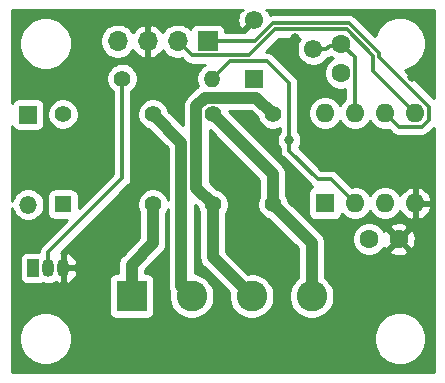
<source format=gbr>
%TF.GenerationSoftware,KiCad,Pcbnew,(5.1.12)-1*%
%TF.CreationDate,2022-02-01T13:32:49+01:00*%
%TF.ProjectId,trainCatcherRelay,74726169-6e43-4617-9463-68657252656c,rev?*%
%TF.SameCoordinates,Original*%
%TF.FileFunction,Copper,L2,Bot*%
%TF.FilePolarity,Positive*%
%FSLAX46Y46*%
G04 Gerber Fmt 4.6, Leading zero omitted, Abs format (unit mm)*
G04 Created by KiCad (PCBNEW (5.1.12)-1) date 2022-02-01 13:32:49*
%MOMM*%
%LPD*%
G01*
G04 APERTURE LIST*
%TA.AperFunction,ComponentPad*%
%ADD10C,2.600000*%
%TD*%
%TA.AperFunction,ComponentPad*%
%ADD11R,2.600000X2.600000*%
%TD*%
%TA.AperFunction,ComponentPad*%
%ADD12O,1.600000X1.600000*%
%TD*%
%TA.AperFunction,ComponentPad*%
%ADD13R,1.600000X1.600000*%
%TD*%
%TA.AperFunction,ComponentPad*%
%ADD14C,1.550000*%
%TD*%
%TA.AperFunction,ComponentPad*%
%ADD15R,1.550000X1.550000*%
%TD*%
%TA.AperFunction,ComponentPad*%
%ADD16O,1.400000X1.400000*%
%TD*%
%TA.AperFunction,ComponentPad*%
%ADD17C,1.400000*%
%TD*%
%TA.AperFunction,ComponentPad*%
%ADD18R,1.050000X1.500000*%
%TD*%
%TA.AperFunction,ComponentPad*%
%ADD19O,1.050000X1.500000*%
%TD*%
%TA.AperFunction,ComponentPad*%
%ADD20R,1.400000X1.400000*%
%TD*%
%TA.AperFunction,ComponentPad*%
%ADD21O,1.700000X1.700000*%
%TD*%
%TA.AperFunction,ComponentPad*%
%ADD22R,1.700000X1.700000*%
%TD*%
%TA.AperFunction,ComponentPad*%
%ADD23O,1.500000X1.500000*%
%TD*%
%TA.AperFunction,ComponentPad*%
%ADD24R,1.500000X1.500000*%
%TD*%
%TA.AperFunction,ComponentPad*%
%ADD25C,1.600000*%
%TD*%
%TA.AperFunction,ViaPad*%
%ADD26C,0.800000*%
%TD*%
%TA.AperFunction,Conductor*%
%ADD27C,0.300000*%
%TD*%
%TA.AperFunction,Conductor*%
%ADD28C,1.000000*%
%TD*%
%TA.AperFunction,Conductor*%
%ADD29C,0.254000*%
%TD*%
%TA.AperFunction,Conductor*%
%ADD30C,0.100000*%
%TD*%
G04 APERTURE END LIST*
D10*
%TO.P,J2,4*%
%TO.N,Net-(J2-Pad4)*%
X143510000Y39116000D03*
%TO.P,J2,3*%
%TO.N,Net-(J2-Pad3)*%
X138430000Y39116000D03*
%TO.P,J2,2*%
%TO.N,Net-(J2-Pad2)*%
X133350000Y39116000D03*
D11*
%TO.P,J2,1*%
%TO.N,Net-(J2-Pad1)*%
X128270000Y39116000D03*
%TD*%
D12*
%TO.P,U1,8*%
%TO.N,+5V*%
X144653000Y54610000D03*
%TO.P,U1,4*%
%TO.N,GND*%
X152273000Y46990000D03*
%TO.P,U1,7*%
%TO.N,/timeDelay*%
X147193000Y54610000D03*
%TO.P,U1,3*%
%TO.N,Net-(U1-Pad3)*%
X149733000Y46990000D03*
%TO.P,U1,6*%
%TO.N,/set*%
X149733000Y54610000D03*
%TO.P,U1,2*%
%TO.N,/relay*%
X147193000Y46990000D03*
%TO.P,U1,5*%
%TO.N,/reset*%
X152273000Y54610000D03*
D13*
%TO.P,U1,1*%
%TO.N,Net-(U1-Pad1)*%
X144653000Y46990000D03*
%TD*%
D14*
%TO.P,RV1,2*%
%TO.N,/timeDelay*%
X143653000Y60031000D03*
D15*
%TO.P,RV1,1*%
%TO.N,+5V*%
X138653000Y57531000D03*
D14*
%TO.P,RV1,3*%
%TO.N,GND*%
X138653000Y62531000D03*
%TD*%
D16*
%TO.P,R1,2*%
%TO.N,/relay*%
X135097000Y57531000D03*
D17*
%TO.P,R1,1*%
%TO.N,Net-(Q1-Pad2)*%
X127477000Y57531000D03*
%TD*%
D18*
%TO.P,Q1,1*%
%TO.N,Net-(D1-Pad2)*%
X119960000Y41500000D03*
D19*
%TO.P,Q1,3*%
%TO.N,GND*%
X122500000Y41500000D03*
%TO.P,Q1,2*%
%TO.N,Net-(Q1-Pad2)*%
X121230000Y41500000D03*
%TD*%
D17*
%TO.P,K1,13*%
%TO.N,Net-(J2-Pad2)*%
X130080000Y54513000D03*
%TO.P,K1,9*%
%TO.N,Net-(J2-Pad3)*%
X140240000Y54513000D03*
%TO.P,K1,11*%
%TO.N,Net-(J2-Pad4)*%
X135160000Y54513000D03*
%TO.P,K1,4*%
%TO.N,Net-(J2-Pad1)*%
X130080000Y46893000D03*
%TO.P,K1,8*%
%TO.N,Net-(J2-Pad4)*%
X140240000Y46893000D03*
%TO.P,K1,6*%
%TO.N,Net-(J2-Pad3)*%
X135160000Y46893000D03*
%TO.P,K1,16*%
%TO.N,+5V*%
X122460000Y54513000D03*
D20*
%TO.P,K1,1*%
%TO.N,Net-(D1-Pad2)*%
X122460000Y46893000D03*
%TD*%
D21*
%TO.P,J3,4*%
%TO.N,+5V*%
X127096000Y60706000D03*
%TO.P,J3,3*%
%TO.N,GND*%
X129636000Y60706000D03*
%TO.P,J3,2*%
%TO.N,/reset*%
X132176000Y60706000D03*
D22*
%TO.P,J3,1*%
%TO.N,/set*%
X134716000Y60706000D03*
%TD*%
D23*
%TO.P,D1,2*%
%TO.N,Net-(D1-Pad2)*%
X119507000Y46863000D03*
D24*
%TO.P,D1,1*%
%TO.N,+5V*%
X119507000Y54483000D03*
%TD*%
D25*
%TO.P,C2,2*%
%TO.N,/timeDelay*%
X146000000Y60500000D03*
%TO.P,C2,1*%
%TO.N,+5V*%
X146000000Y58000000D03*
%TD*%
%TO.P,C1,2*%
%TO.N,GND*%
X150876000Y43942000D03*
%TO.P,C1,1*%
%TO.N,+5V*%
X148376000Y43942000D03*
%TD*%
D26*
%TO.N,GND*%
X150241000Y50927000D03*
X152019000Y57658000D03*
X146304000Y50038000D03*
X137287000Y48514000D03*
X137795000Y43307000D03*
X140335000Y42164000D03*
X140970000Y36957000D03*
X149606000Y40640000D03*
X135509000Y36449000D03*
X130937000Y41148000D03*
X127381000Y43942000D03*
X129921000Y49022000D03*
X126365000Y53340000D03*
X123063000Y52070000D03*
X119507000Y50165000D03*
X120650000Y44577000D03*
X124206000Y38735000D03*
X124841000Y33401000D03*
X123698000Y57023000D03*
X129540000Y56515000D03*
X132334000Y58801000D03*
X142367000Y58801000D03*
X142113000Y60960000D03*
X124968000Y62230000D03*
X138176000Y53975000D03*
X151892000Y41529000D03*
X145923000Y56007000D03*
X148971000Y62611000D03*
%TO.N,/relay*%
X141605000Y52324000D03*
%TD*%
D27*
%TO.N,/set*%
X138738880Y60706000D02*
X134716000Y60706000D01*
X146699111Y62210011D02*
X140242891Y62210011D01*
X149217010Y59692112D02*
X146699111Y62210011D01*
X140242891Y62210011D02*
X138738880Y60706000D01*
X149217010Y59367992D02*
X149217010Y59692112D01*
X150883001Y53459999D02*
X152825001Y53459999D01*
X149733000Y54610000D02*
X150883001Y53459999D01*
X152825001Y53459999D02*
X153423001Y54057999D01*
X153423001Y54057999D02*
X153423001Y55162001D01*
X153423001Y55162001D02*
X149217010Y59367992D01*
%TO.N,/reset*%
X146492001Y61710001D02*
X148717000Y59485002D01*
X140450001Y61710001D02*
X146492001Y61710001D01*
X138245999Y59505999D02*
X140450001Y61710001D01*
X133376001Y59505999D02*
X138245999Y59505999D01*
X132176000Y60706000D02*
X133376001Y59505999D01*
X148717000Y58166000D02*
X152273000Y54610000D01*
X148717000Y59485002D02*
X148717000Y58166000D01*
D28*
%TO.N,Net-(J2-Pad2)*%
X133350000Y39116000D02*
X132500000Y39966000D01*
X132500000Y52093000D02*
X130080000Y54513000D01*
X132500000Y39966000D02*
X132500000Y52093000D01*
D27*
%TO.N,Net-(Q1-Pad2)*%
X127477000Y57531000D02*
X127477000Y49118000D01*
X121230000Y42871000D02*
X121230000Y41500000D01*
X127477000Y49118000D02*
X121230000Y42871000D01*
%TO.N,/relay*%
X141605000Y51435000D02*
X144018000Y49022000D01*
X145161000Y49022000D02*
X147193000Y46990000D01*
X144018000Y49022000D02*
X145161000Y49022000D01*
X141605000Y52324000D02*
X141605000Y51435000D01*
X141605000Y57150000D02*
X141605000Y52324000D01*
X135097000Y57531000D02*
X136571988Y59005988D01*
X139749012Y59005988D02*
X141605000Y57150000D01*
X136571988Y59005988D02*
X139749012Y59005988D01*
%TO.N,/timeDelay*%
X147150001Y59349999D02*
X147150001Y54652999D01*
X147150001Y54652999D02*
X147193000Y54610000D01*
X146000000Y60500000D02*
X147150001Y59349999D01*
X144740000Y60031000D02*
X143653000Y60031000D01*
X145825000Y60325000D02*
X146000000Y60500000D01*
X145034000Y60325000D02*
X145825000Y60325000D01*
X145034000Y60325000D02*
X144740000Y60031000D01*
D28*
%TO.N,Net-(J2-Pad1)*%
X130080000Y46893000D02*
X130080000Y43580000D01*
X128270000Y41770000D02*
X128270000Y39116000D01*
X130080000Y43580000D02*
X128270000Y41770000D01*
%TO.N,Net-(J2-Pad4)*%
X143510000Y43623000D02*
X140240000Y46893000D01*
X143510000Y39116000D02*
X143510000Y43623000D01*
X140240000Y49433000D02*
X135160000Y54513000D01*
X140240000Y46893000D02*
X140240000Y49433000D01*
%TO.N,Net-(J2-Pad3)*%
X133759999Y48293001D02*
X135160000Y46893000D01*
X133759999Y55185001D02*
X133759999Y48293001D01*
X134487999Y55913001D02*
X133759999Y55185001D01*
X138839999Y55913001D02*
X134487999Y55913001D01*
X140240000Y54513000D02*
X138839999Y55913001D01*
X135160000Y42386000D02*
X138430000Y39116000D01*
X135160000Y46893000D02*
X135160000Y42386000D01*
%TD*%
D29*
%TO.N,GND*%
X137678149Y63326243D02*
X137436732Y63257690D01*
X137318332Y63006444D01*
X137251222Y62736929D01*
X137237982Y62459498D01*
X137279121Y62184816D01*
X137373057Y61923438D01*
X137436732Y61804310D01*
X137678151Y61735756D01*
X138473395Y62531000D01*
X138459253Y62545143D01*
X138638858Y62724748D01*
X138653000Y62710605D01*
X138667143Y62724748D01*
X138846748Y62545143D01*
X138832605Y62531000D01*
X138846748Y62516858D01*
X138667143Y62337253D01*
X138653000Y62351395D01*
X137857756Y61556151D01*
X137876256Y61491000D01*
X136204072Y61491000D01*
X136204072Y61556000D01*
X136191812Y61680482D01*
X136155502Y61800180D01*
X136096537Y61910494D01*
X136017185Y62007185D01*
X135920494Y62086537D01*
X135810180Y62145502D01*
X135690482Y62181812D01*
X135566000Y62194072D01*
X133866000Y62194072D01*
X133741518Y62181812D01*
X133621820Y62145502D01*
X133511506Y62086537D01*
X133414815Y62007185D01*
X133335463Y61910494D01*
X133276498Y61800180D01*
X133254487Y61727620D01*
X133122632Y61859475D01*
X132879411Y62021990D01*
X132609158Y62133932D01*
X132322260Y62191000D01*
X132029740Y62191000D01*
X131742842Y62133932D01*
X131472589Y62021990D01*
X131229368Y61859475D01*
X131022525Y61652632D01*
X130900805Y61470466D01*
X130831178Y61587355D01*
X130636269Y61803588D01*
X130402920Y61977641D01*
X130140099Y62102825D01*
X129992890Y62147476D01*
X129763000Y62026155D01*
X129763000Y60833000D01*
X129783000Y60833000D01*
X129783000Y60579000D01*
X129763000Y60579000D01*
X129763000Y59385845D01*
X129992890Y59264524D01*
X130140099Y59309175D01*
X130402920Y59434359D01*
X130636269Y59608412D01*
X130831178Y59824645D01*
X130900805Y59941534D01*
X131022525Y59759368D01*
X131229368Y59552525D01*
X131472589Y59390010D01*
X131742842Y59278068D01*
X132029740Y59221000D01*
X132322260Y59221000D01*
X132512918Y59258925D01*
X132793654Y58978189D01*
X132818237Y58948235D01*
X132937768Y58850137D01*
X133066227Y58781475D01*
X133074141Y58777245D01*
X133222114Y58732357D01*
X133297027Y58724979D01*
X133337440Y58720999D01*
X133337445Y58720999D01*
X133376001Y58717202D01*
X133414557Y58720999D01*
X134481391Y58720999D01*
X134464641Y58714061D01*
X134245987Y58567962D01*
X134060038Y58382013D01*
X133913939Y58163359D01*
X133813304Y57920405D01*
X133762000Y57662486D01*
X133762000Y57399514D01*
X133813304Y57141595D01*
X133913939Y56898641D01*
X133916656Y56894574D01*
X133854376Y56861285D01*
X133681550Y56719450D01*
X133646003Y56676136D01*
X132996864Y56026997D01*
X132953550Y55991450D01*
X132811715Y55818624D01*
X132743233Y55690501D01*
X132706323Y55621447D01*
X132641422Y55407499D01*
X132619508Y55185001D01*
X132624999Y55129249D01*
X132624999Y53573132D01*
X131380573Y54817558D01*
X131363696Y54902405D01*
X131263061Y55145359D01*
X131116962Y55364013D01*
X130931013Y55549962D01*
X130712359Y55696061D01*
X130469405Y55796696D01*
X130211486Y55848000D01*
X129948514Y55848000D01*
X129690595Y55796696D01*
X129447641Y55696061D01*
X129228987Y55549962D01*
X129043038Y55364013D01*
X128896939Y55145359D01*
X128796304Y54902405D01*
X128745000Y54644486D01*
X128745000Y54381514D01*
X128796304Y54123595D01*
X128896939Y53880641D01*
X129043038Y53661987D01*
X129228987Y53476038D01*
X129447641Y53329939D01*
X129690595Y53229304D01*
X129775442Y53212427D01*
X131365001Y51622867D01*
X131365001Y47275846D01*
X131363696Y47282405D01*
X131263061Y47525359D01*
X131116962Y47744013D01*
X130931013Y47929962D01*
X130712359Y48076061D01*
X130469405Y48176696D01*
X130211486Y48228000D01*
X129948514Y48228000D01*
X129690595Y48176696D01*
X129447641Y48076061D01*
X129228987Y47929962D01*
X129043038Y47744013D01*
X128896939Y47525359D01*
X128796304Y47282405D01*
X128745000Y47024486D01*
X128745000Y46761514D01*
X128796304Y46503595D01*
X128896939Y46260641D01*
X128945000Y46188712D01*
X128945001Y44050133D01*
X127506864Y42611995D01*
X127463551Y42576449D01*
X127321716Y42403623D01*
X127216325Y42206447D01*
X127216324Y42206446D01*
X127151423Y41992498D01*
X127129509Y41770000D01*
X127135000Y41714248D01*
X127135000Y41054072D01*
X126970000Y41054072D01*
X126845518Y41041812D01*
X126725820Y41005502D01*
X126615506Y40946537D01*
X126518815Y40867185D01*
X126439463Y40770494D01*
X126380498Y40660180D01*
X126344188Y40540482D01*
X126331928Y40416000D01*
X126331928Y37816000D01*
X126344188Y37691518D01*
X126380498Y37571820D01*
X126439463Y37461506D01*
X126518815Y37364815D01*
X126615506Y37285463D01*
X126725820Y37226498D01*
X126845518Y37190188D01*
X126970000Y37177928D01*
X129570000Y37177928D01*
X129694482Y37190188D01*
X129814180Y37226498D01*
X129924494Y37285463D01*
X130021185Y37364815D01*
X130100537Y37461506D01*
X130159502Y37571820D01*
X130195812Y37691518D01*
X130208072Y37816000D01*
X130208072Y40416000D01*
X130195812Y40540482D01*
X130159502Y40660180D01*
X130100537Y40770494D01*
X130021185Y40867185D01*
X129924494Y40946537D01*
X129814180Y41005502D01*
X129694482Y41041812D01*
X129570000Y41054072D01*
X129405000Y41054072D01*
X129405000Y41299869D01*
X130843146Y42738013D01*
X130886449Y42773551D01*
X130926577Y42822446D01*
X131028284Y42946377D01*
X131133676Y43143553D01*
X131198577Y43357501D01*
X131220491Y43580000D01*
X131215000Y43635752D01*
X131215000Y46188712D01*
X131263061Y46260641D01*
X131363696Y46503595D01*
X131365001Y46510153D01*
X131365000Y40021752D01*
X131359509Y39966000D01*
X131365000Y39910249D01*
X131381423Y39743502D01*
X131446324Y39529554D01*
X131455819Y39511790D01*
X131415000Y39306581D01*
X131415000Y38925419D01*
X131489361Y38551581D01*
X131635225Y38199434D01*
X131846987Y37882509D01*
X132116509Y37612987D01*
X132433434Y37401225D01*
X132785581Y37255361D01*
X133159419Y37181000D01*
X133540581Y37181000D01*
X133914419Y37255361D01*
X134266566Y37401225D01*
X134583491Y37612987D01*
X134853013Y37882509D01*
X135064775Y38199434D01*
X135210639Y38551581D01*
X135285000Y38925419D01*
X135285000Y39306581D01*
X135210639Y39680419D01*
X135064775Y40032566D01*
X134853013Y40349491D01*
X134583491Y40619013D01*
X134266566Y40830775D01*
X133914419Y40976639D01*
X133635000Y41032219D01*
X133635000Y46812869D01*
X133859427Y46588442D01*
X133876304Y46503595D01*
X133976939Y46260641D01*
X134025000Y46188712D01*
X134025001Y42441761D01*
X134019509Y42386000D01*
X134041423Y42163502D01*
X134106324Y41949554D01*
X134106325Y41949553D01*
X134211717Y41752377D01*
X134353552Y41579551D01*
X134396860Y41544009D01*
X136518109Y39422759D01*
X136495000Y39306581D01*
X136495000Y38925419D01*
X136569361Y38551581D01*
X136715225Y38199434D01*
X136926987Y37882509D01*
X137196509Y37612987D01*
X137513434Y37401225D01*
X137865581Y37255361D01*
X138239419Y37181000D01*
X138620581Y37181000D01*
X138994419Y37255361D01*
X139346566Y37401225D01*
X139663491Y37612987D01*
X139933013Y37882509D01*
X140144775Y38199434D01*
X140290639Y38551581D01*
X140365000Y38925419D01*
X140365000Y39306581D01*
X140290639Y39680419D01*
X140144775Y40032566D01*
X139933013Y40349491D01*
X139663491Y40619013D01*
X139346566Y40830775D01*
X138994419Y40976639D01*
X138620581Y41051000D01*
X138239419Y41051000D01*
X138123241Y41027891D01*
X136295000Y42856131D01*
X136295000Y46188712D01*
X136343061Y46260641D01*
X136443696Y46503595D01*
X136495000Y46761514D01*
X136495000Y47024486D01*
X136443696Y47282405D01*
X136343061Y47525359D01*
X136196962Y47744013D01*
X136011013Y47929962D01*
X135792359Y48076061D01*
X135549405Y48176696D01*
X135464558Y48193573D01*
X134894999Y48763132D01*
X134894999Y53172870D01*
X139105001Y48962867D01*
X139105000Y47597288D01*
X139056939Y47525359D01*
X138956304Y47282405D01*
X138905000Y47024486D01*
X138905000Y46761514D01*
X138956304Y46503595D01*
X139056939Y46260641D01*
X139203038Y46041987D01*
X139388987Y45856038D01*
X139607641Y45709939D01*
X139850595Y45609304D01*
X139935442Y45592427D01*
X142375001Y43152867D01*
X142375000Y40684823D01*
X142276509Y40619013D01*
X142006987Y40349491D01*
X141795225Y40032566D01*
X141649361Y39680419D01*
X141575000Y39306581D01*
X141575000Y38925419D01*
X141649361Y38551581D01*
X141795225Y38199434D01*
X142006987Y37882509D01*
X142276509Y37612987D01*
X142593434Y37401225D01*
X142945581Y37255361D01*
X143319419Y37181000D01*
X143700581Y37181000D01*
X144074419Y37255361D01*
X144426566Y37401225D01*
X144743491Y37612987D01*
X145013013Y37882509D01*
X145224775Y38199434D01*
X145370639Y38551581D01*
X145445000Y38925419D01*
X145445000Y39306581D01*
X145370639Y39680419D01*
X145224775Y40032566D01*
X145013013Y40349491D01*
X144743491Y40619013D01*
X144645000Y40684822D01*
X144645000Y43567259D01*
X144650490Y43623001D01*
X144645000Y43678743D01*
X144645000Y43678752D01*
X144628577Y43845499D01*
X144563676Y44059447D01*
X144550908Y44083335D01*
X146941000Y44083335D01*
X146941000Y43800665D01*
X146996147Y43523426D01*
X147104320Y43262273D01*
X147261363Y43027241D01*
X147461241Y42827363D01*
X147696273Y42670320D01*
X147957426Y42562147D01*
X148234665Y42507000D01*
X148517335Y42507000D01*
X148794574Y42562147D01*
X149055727Y42670320D01*
X149290759Y42827363D01*
X149412694Y42949298D01*
X150062903Y42949298D01*
X150134486Y42705329D01*
X150389996Y42584429D01*
X150664184Y42515700D01*
X150946512Y42501783D01*
X151226130Y42543213D01*
X151492292Y42638397D01*
X151617514Y42705329D01*
X151689097Y42949298D01*
X150876000Y43762395D01*
X150062903Y42949298D01*
X149412694Y42949298D01*
X149490637Y43027241D01*
X149624692Y43227869D01*
X149639329Y43200486D01*
X149883298Y43128903D01*
X150696395Y43942000D01*
X151055605Y43942000D01*
X151868702Y43128903D01*
X152112671Y43200486D01*
X152233571Y43455996D01*
X152302300Y43730184D01*
X152316217Y44012512D01*
X152274787Y44292130D01*
X152179603Y44558292D01*
X152112671Y44683514D01*
X151868702Y44755097D01*
X151055605Y43942000D01*
X150696395Y43942000D01*
X149883298Y44755097D01*
X149639329Y44683514D01*
X149625676Y44654659D01*
X149490637Y44856759D01*
X149412694Y44934702D01*
X150062903Y44934702D01*
X150876000Y44121605D01*
X151689097Y44934702D01*
X151617514Y45178671D01*
X151362004Y45299571D01*
X151087816Y45368300D01*
X150805488Y45382217D01*
X150525870Y45340787D01*
X150259708Y45245603D01*
X150134486Y45178671D01*
X150062903Y44934702D01*
X149412694Y44934702D01*
X149290759Y45056637D01*
X149055727Y45213680D01*
X148794574Y45321853D01*
X148517335Y45377000D01*
X148234665Y45377000D01*
X147957426Y45321853D01*
X147696273Y45213680D01*
X147461241Y45056637D01*
X147261363Y44856759D01*
X147104320Y44621727D01*
X146996147Y44360574D01*
X146941000Y44083335D01*
X144550908Y44083335D01*
X144458284Y44256623D01*
X144316449Y44429449D01*
X144273141Y44464991D01*
X141540573Y47197558D01*
X141523696Y47282405D01*
X141423061Y47525359D01*
X141375000Y47597288D01*
X141375000Y49377249D01*
X141380491Y49433000D01*
X141358577Y49655499D01*
X141293676Y49869447D01*
X141188284Y50066623D01*
X141046449Y50239449D01*
X141003141Y50274991D01*
X136500130Y54778001D01*
X138369868Y54778001D01*
X138939427Y54208442D01*
X138956304Y54123595D01*
X139056939Y53880641D01*
X139203038Y53661987D01*
X139388987Y53476038D01*
X139607641Y53329939D01*
X139850595Y53229304D01*
X140108514Y53178000D01*
X140371486Y53178000D01*
X140629405Y53229304D01*
X140820001Y53308251D01*
X140820001Y53002712D01*
X140801063Y52983774D01*
X140687795Y52814256D01*
X140609774Y52625898D01*
X140570000Y52425939D01*
X140570000Y52222061D01*
X140609774Y52022102D01*
X140687795Y51833744D01*
X140801063Y51664226D01*
X140820000Y51645289D01*
X140820000Y51473553D01*
X140816203Y51435000D01*
X140820000Y51396447D01*
X140820000Y51396439D01*
X140825393Y51341692D01*
X140831359Y51281114D01*
X140876246Y51133141D01*
X140876247Y51133140D01*
X140949139Y50996767D01*
X140967477Y50974423D01*
X141022655Y50907188D01*
X141022659Y50907184D01*
X141047237Y50877236D01*
X141077185Y50852658D01*
X143435658Y48494184D01*
X143460236Y48464236D01*
X143490184Y48439658D01*
X143490187Y48439655D01*
X143519240Y48415812D01*
X143579767Y48366138D01*
X143581793Y48365055D01*
X143498506Y48320537D01*
X143401815Y48241185D01*
X143322463Y48144494D01*
X143263498Y48034180D01*
X143227188Y47914482D01*
X143214928Y47790000D01*
X143214928Y46190000D01*
X143227188Y46065518D01*
X143263498Y45945820D01*
X143322463Y45835506D01*
X143401815Y45738815D01*
X143498506Y45659463D01*
X143608820Y45600498D01*
X143728518Y45564188D01*
X143853000Y45551928D01*
X145453000Y45551928D01*
X145577482Y45564188D01*
X145697180Y45600498D01*
X145807494Y45659463D01*
X145904185Y45738815D01*
X145983537Y45835506D01*
X146042502Y45945820D01*
X146078812Y46065518D01*
X146079643Y46073961D01*
X146278241Y45875363D01*
X146513273Y45718320D01*
X146774426Y45610147D01*
X147051665Y45555000D01*
X147334335Y45555000D01*
X147611574Y45610147D01*
X147872727Y45718320D01*
X148107759Y45875363D01*
X148307637Y46075241D01*
X148463000Y46307759D01*
X148618363Y46075241D01*
X148818241Y45875363D01*
X149053273Y45718320D01*
X149314426Y45610147D01*
X149591665Y45555000D01*
X149874335Y45555000D01*
X150151574Y45610147D01*
X150412727Y45718320D01*
X150647759Y45875363D01*
X150847637Y46075241D01*
X151004680Y46310273D01*
X151009067Y46320865D01*
X151120615Y46134869D01*
X151309586Y45926481D01*
X151535580Y45758963D01*
X151789913Y45638754D01*
X151923961Y45598096D01*
X152146000Y45720085D01*
X152146000Y46863000D01*
X152400000Y46863000D01*
X152400000Y45720085D01*
X152622039Y45598096D01*
X152756087Y45638754D01*
X153010420Y45758963D01*
X153236414Y45926481D01*
X153425385Y46134869D01*
X153570070Y46376119D01*
X153664909Y46640960D01*
X153543624Y46863000D01*
X152400000Y46863000D01*
X152146000Y46863000D01*
X152126000Y46863000D01*
X152126000Y47117000D01*
X152146000Y47117000D01*
X152146000Y48259915D01*
X152400000Y48259915D01*
X152400000Y47117000D01*
X153543624Y47117000D01*
X153664909Y47339040D01*
X153570070Y47603881D01*
X153425385Y47845131D01*
X153236414Y48053519D01*
X153010420Y48221037D01*
X152756087Y48341246D01*
X152622039Y48381904D01*
X152400000Y48259915D01*
X152146000Y48259915D01*
X151923961Y48381904D01*
X151789913Y48341246D01*
X151535580Y48221037D01*
X151309586Y48053519D01*
X151120615Y47845131D01*
X151009067Y47659135D01*
X151004680Y47669727D01*
X150847637Y47904759D01*
X150647759Y48104637D01*
X150412727Y48261680D01*
X150151574Y48369853D01*
X149874335Y48425000D01*
X149591665Y48425000D01*
X149314426Y48369853D01*
X149053273Y48261680D01*
X148818241Y48104637D01*
X148618363Y47904759D01*
X148463000Y47672241D01*
X148307637Y47904759D01*
X148107759Y48104637D01*
X147872727Y48261680D01*
X147611574Y48369853D01*
X147334335Y48425000D01*
X147051665Y48425000D01*
X146898604Y48394554D01*
X145743347Y49549810D01*
X145718764Y49579764D01*
X145599233Y49677862D01*
X145462860Y49750754D01*
X145314887Y49795641D01*
X145199561Y49807000D01*
X145199553Y49807000D01*
X145161000Y49810797D01*
X145122447Y49807000D01*
X144343158Y49807000D01*
X142439776Y51710381D01*
X142522205Y51833744D01*
X142600226Y52022102D01*
X142640000Y52222061D01*
X142640000Y52425939D01*
X142600226Y52625898D01*
X142522205Y52814256D01*
X142408937Y52983774D01*
X142390000Y53002711D01*
X142390000Y57111448D01*
X142393797Y57150001D01*
X142390000Y57188554D01*
X142390000Y57188561D01*
X142378641Y57303887D01*
X142373671Y57320273D01*
X142351803Y57392359D01*
X142333754Y57451860D01*
X142260862Y57588233D01*
X142162764Y57707764D01*
X142132817Y57732341D01*
X140331359Y59533798D01*
X140306776Y59563752D01*
X140187245Y59661850D01*
X140050872Y59734742D01*
X139902899Y59779629D01*
X139787573Y59790988D01*
X139787565Y59790988D01*
X139749012Y59794785D01*
X139710459Y59790988D01*
X139641145Y59790988D01*
X140775158Y60925001D01*
X142554561Y60925001D01*
X142403475Y60698885D01*
X142297186Y60442282D01*
X142243000Y60169873D01*
X142243000Y59892127D01*
X142297186Y59619718D01*
X142403475Y59363115D01*
X142557782Y59132178D01*
X142754178Y58935782D01*
X142985115Y58781475D01*
X143241718Y58675186D01*
X143514127Y58621000D01*
X143791873Y58621000D01*
X144064282Y58675186D01*
X144320885Y58781475D01*
X144551822Y58935782D01*
X144748218Y59132178D01*
X144827492Y59250819D01*
X144893887Y59257359D01*
X145041860Y59302246D01*
X145135071Y59352068D01*
X145287827Y59250000D01*
X145085241Y59114637D01*
X144885363Y58914759D01*
X144728320Y58679727D01*
X144620147Y58418574D01*
X144565000Y58141335D01*
X144565000Y57858665D01*
X144620147Y57581426D01*
X144728320Y57320273D01*
X144885363Y57085241D01*
X145085241Y56885363D01*
X145320273Y56728320D01*
X145581426Y56620147D01*
X145858665Y56565000D01*
X146141335Y56565000D01*
X146365002Y56609491D01*
X146365002Y55782609D01*
X146278241Y55724637D01*
X146078363Y55524759D01*
X145923000Y55292241D01*
X145767637Y55524759D01*
X145567759Y55724637D01*
X145332727Y55881680D01*
X145071574Y55989853D01*
X144794335Y56045000D01*
X144511665Y56045000D01*
X144234426Y55989853D01*
X143973273Y55881680D01*
X143738241Y55724637D01*
X143538363Y55524759D01*
X143381320Y55289727D01*
X143273147Y55028574D01*
X143218000Y54751335D01*
X143218000Y54468665D01*
X143273147Y54191426D01*
X143381320Y53930273D01*
X143538363Y53695241D01*
X143738241Y53495363D01*
X143973273Y53338320D01*
X144234426Y53230147D01*
X144511665Y53175000D01*
X144794335Y53175000D01*
X145071574Y53230147D01*
X145332727Y53338320D01*
X145567759Y53495363D01*
X145767637Y53695241D01*
X145923000Y53927759D01*
X146078363Y53695241D01*
X146278241Y53495363D01*
X146513273Y53338320D01*
X146774426Y53230147D01*
X147051665Y53175000D01*
X147334335Y53175000D01*
X147611574Y53230147D01*
X147872727Y53338320D01*
X148107759Y53495363D01*
X148307637Y53695241D01*
X148463000Y53927759D01*
X148618363Y53695241D01*
X148818241Y53495363D01*
X149053273Y53338320D01*
X149314426Y53230147D01*
X149591665Y53175000D01*
X149874335Y53175000D01*
X150027396Y53205446D01*
X150300659Y52932184D01*
X150325237Y52902235D01*
X150355185Y52877657D01*
X150355188Y52877654D01*
X150381398Y52856144D01*
X150444768Y52804137D01*
X150581141Y52731245D01*
X150729114Y52686358D01*
X150844440Y52674999D01*
X150844447Y52674999D01*
X150883000Y52671202D01*
X150921553Y52674999D01*
X152786448Y52674999D01*
X152825001Y52671202D01*
X152863554Y52674999D01*
X152863562Y52674999D01*
X152978888Y52686358D01*
X153126861Y52731245D01*
X153263234Y52804137D01*
X153382765Y52902235D01*
X153407348Y52932189D01*
X153840000Y53364841D01*
X153840001Y32660000D01*
X118160000Y32660000D01*
X118160000Y35720128D01*
X118765000Y35720128D01*
X118765000Y35279872D01*
X118850890Y34848075D01*
X119019369Y34441331D01*
X119263962Y34075271D01*
X119575271Y33763962D01*
X119941331Y33519369D01*
X120348075Y33350890D01*
X120779872Y33265000D01*
X121220128Y33265000D01*
X121651925Y33350890D01*
X122058669Y33519369D01*
X122424729Y33763962D01*
X122736038Y34075271D01*
X122980631Y34441331D01*
X123149110Y34848075D01*
X123235000Y35279872D01*
X123235000Y35720128D01*
X148765000Y35720128D01*
X148765000Y35279872D01*
X148850890Y34848075D01*
X149019369Y34441331D01*
X149263962Y34075271D01*
X149575271Y33763962D01*
X149941331Y33519369D01*
X150348075Y33350890D01*
X150779872Y33265000D01*
X151220128Y33265000D01*
X151651925Y33350890D01*
X152058669Y33519369D01*
X152424729Y33763962D01*
X152736038Y34075271D01*
X152980631Y34441331D01*
X153149110Y34848075D01*
X153235000Y35279872D01*
X153235000Y35720128D01*
X153149110Y36151925D01*
X152980631Y36558669D01*
X152736038Y36924729D01*
X152424729Y37236038D01*
X152058669Y37480631D01*
X151651925Y37649110D01*
X151220128Y37735000D01*
X150779872Y37735000D01*
X150348075Y37649110D01*
X149941331Y37480631D01*
X149575271Y37236038D01*
X149263962Y36924729D01*
X149019369Y36558669D01*
X148850890Y36151925D01*
X148765000Y35720128D01*
X123235000Y35720128D01*
X123149110Y36151925D01*
X122980631Y36558669D01*
X122736038Y36924729D01*
X122424729Y37236038D01*
X122058669Y37480631D01*
X121651925Y37649110D01*
X121220128Y37735000D01*
X120779872Y37735000D01*
X120348075Y37649110D01*
X119941331Y37480631D01*
X119575271Y37236038D01*
X119263962Y36924729D01*
X119019369Y36558669D01*
X118850890Y36151925D01*
X118765000Y35720128D01*
X118160000Y35720128D01*
X118160000Y42250000D01*
X118796928Y42250000D01*
X118796928Y40750000D01*
X118809188Y40625518D01*
X118845498Y40505820D01*
X118904463Y40395506D01*
X118983815Y40298815D01*
X119080506Y40219463D01*
X119190820Y40160498D01*
X119310518Y40124188D01*
X119435000Y40111928D01*
X120485000Y40111928D01*
X120609482Y40124188D01*
X120729180Y40160498D01*
X120793902Y40195093D01*
X121002601Y40131785D01*
X121230000Y40109388D01*
X121457400Y40131785D01*
X121676060Y40198115D01*
X121864669Y40298929D01*
X121923118Y40257725D01*
X122132663Y40164728D01*
X122194190Y40156036D01*
X122373000Y40281837D01*
X122373000Y41046892D01*
X122373215Y41047601D01*
X122390000Y41218022D01*
X122390000Y41373000D01*
X122627000Y41373000D01*
X122627000Y40281837D01*
X122805810Y40156036D01*
X122867337Y40164728D01*
X123076882Y40257725D01*
X123264258Y40389816D01*
X123422264Y40555924D01*
X123544828Y40749666D01*
X123627239Y40963596D01*
X123666331Y41189493D01*
X123506598Y41373000D01*
X122627000Y41373000D01*
X122390000Y41373000D01*
X122390000Y41781979D01*
X122373215Y41952400D01*
X122373000Y41953109D01*
X122373000Y42718163D01*
X122627000Y42718163D01*
X122627000Y41627000D01*
X123506598Y41627000D01*
X123666331Y41810507D01*
X123627239Y42036404D01*
X123544828Y42250334D01*
X123422264Y42444076D01*
X123264258Y42610184D01*
X123076882Y42742275D01*
X122867337Y42835272D01*
X122805810Y42843964D01*
X122627000Y42718163D01*
X122373000Y42718163D01*
X122264004Y42794847D01*
X128004816Y48535658D01*
X128034764Y48560236D01*
X128132862Y48679767D01*
X128205754Y48816140D01*
X128250641Y48964113D01*
X128262000Y49079439D01*
X128262000Y49079446D01*
X128265797Y49117999D01*
X128262000Y49156552D01*
X128262000Y56449930D01*
X128328013Y56494038D01*
X128513962Y56679987D01*
X128660061Y56898641D01*
X128760696Y57141595D01*
X128812000Y57399514D01*
X128812000Y57662486D01*
X128760696Y57920405D01*
X128660061Y58163359D01*
X128513962Y58382013D01*
X128328013Y58567962D01*
X128109359Y58714061D01*
X127866405Y58814696D01*
X127608486Y58866000D01*
X127345514Y58866000D01*
X127087595Y58814696D01*
X126844641Y58714061D01*
X126625987Y58567962D01*
X126440038Y58382013D01*
X126293939Y58163359D01*
X126193304Y57920405D01*
X126142000Y57662486D01*
X126142000Y57399514D01*
X126193304Y57141595D01*
X126293939Y56898641D01*
X126440038Y56679987D01*
X126625987Y56494038D01*
X126692000Y56449930D01*
X126692001Y49443159D01*
X123798072Y46549229D01*
X123798072Y47593000D01*
X123785812Y47717482D01*
X123749502Y47837180D01*
X123690537Y47947494D01*
X123611185Y48044185D01*
X123514494Y48123537D01*
X123404180Y48182502D01*
X123284482Y48218812D01*
X123160000Y48231072D01*
X121760000Y48231072D01*
X121635518Y48218812D01*
X121515820Y48182502D01*
X121405506Y48123537D01*
X121308815Y48044185D01*
X121229463Y47947494D01*
X121170498Y47837180D01*
X121134188Y47717482D01*
X121121928Y47593000D01*
X121121928Y46193000D01*
X121134188Y46068518D01*
X121170498Y45948820D01*
X121229463Y45838506D01*
X121308815Y45741815D01*
X121405506Y45662463D01*
X121515820Y45603498D01*
X121635518Y45567188D01*
X121760000Y45554928D01*
X122803771Y45554928D01*
X120702190Y43453347D01*
X120672236Y43428764D01*
X120574138Y43309232D01*
X120501246Y43172859D01*
X120456359Y43024886D01*
X120445000Y42909560D01*
X120445000Y42909553D01*
X120442884Y42888072D01*
X119435000Y42888072D01*
X119310518Y42875812D01*
X119190820Y42839502D01*
X119080506Y42780537D01*
X118983815Y42701185D01*
X118904463Y42604494D01*
X118845498Y42494180D01*
X118809188Y42374482D01*
X118796928Y42250000D01*
X118160000Y42250000D01*
X118160000Y46535552D01*
X118175225Y46459011D01*
X118279629Y46206957D01*
X118431201Y45980114D01*
X118624114Y45787201D01*
X118850957Y45635629D01*
X119103011Y45531225D01*
X119370589Y45478000D01*
X119643411Y45478000D01*
X119910989Y45531225D01*
X120163043Y45635629D01*
X120389886Y45787201D01*
X120582799Y45980114D01*
X120734371Y46206957D01*
X120838775Y46459011D01*
X120892000Y46726589D01*
X120892000Y46999411D01*
X120838775Y47266989D01*
X120734371Y47519043D01*
X120582799Y47745886D01*
X120389886Y47938799D01*
X120163043Y48090371D01*
X119910989Y48194775D01*
X119643411Y48248000D01*
X119370589Y48248000D01*
X119103011Y48194775D01*
X118850957Y48090371D01*
X118624114Y47938799D01*
X118431201Y47745886D01*
X118279629Y47519043D01*
X118175225Y47266989D01*
X118160000Y47190448D01*
X118160000Y53513538D01*
X118167498Y53488820D01*
X118226463Y53378506D01*
X118305815Y53281815D01*
X118402506Y53202463D01*
X118512820Y53143498D01*
X118632518Y53107188D01*
X118757000Y53094928D01*
X120257000Y53094928D01*
X120381482Y53107188D01*
X120501180Y53143498D01*
X120611494Y53202463D01*
X120708185Y53281815D01*
X120787537Y53378506D01*
X120846502Y53488820D01*
X120882812Y53608518D01*
X120895072Y53733000D01*
X120895072Y54644486D01*
X121125000Y54644486D01*
X121125000Y54381514D01*
X121176304Y54123595D01*
X121276939Y53880641D01*
X121423038Y53661987D01*
X121608987Y53476038D01*
X121827641Y53329939D01*
X122070595Y53229304D01*
X122328514Y53178000D01*
X122591486Y53178000D01*
X122849405Y53229304D01*
X123092359Y53329939D01*
X123311013Y53476038D01*
X123496962Y53661987D01*
X123643061Y53880641D01*
X123743696Y54123595D01*
X123795000Y54381514D01*
X123795000Y54644486D01*
X123743696Y54902405D01*
X123643061Y55145359D01*
X123496962Y55364013D01*
X123311013Y55549962D01*
X123092359Y55696061D01*
X122849405Y55796696D01*
X122591486Y55848000D01*
X122328514Y55848000D01*
X122070595Y55796696D01*
X121827641Y55696061D01*
X121608987Y55549962D01*
X121423038Y55364013D01*
X121276939Y55145359D01*
X121176304Y54902405D01*
X121125000Y54644486D01*
X120895072Y54644486D01*
X120895072Y55233000D01*
X120882812Y55357482D01*
X120846502Y55477180D01*
X120787537Y55587494D01*
X120708185Y55684185D01*
X120611494Y55763537D01*
X120501180Y55822502D01*
X120381482Y55858812D01*
X120257000Y55871072D01*
X118757000Y55871072D01*
X118632518Y55858812D01*
X118512820Y55822502D01*
X118402506Y55763537D01*
X118305815Y55684185D01*
X118226463Y55587494D01*
X118167498Y55477180D01*
X118160000Y55452462D01*
X118160000Y60720128D01*
X118765000Y60720128D01*
X118765000Y60279872D01*
X118850890Y59848075D01*
X119019369Y59441331D01*
X119263962Y59075271D01*
X119575271Y58763962D01*
X119941331Y58519369D01*
X120348075Y58350890D01*
X120779872Y58265000D01*
X121220128Y58265000D01*
X121651925Y58350890D01*
X122058669Y58519369D01*
X122424729Y58763962D01*
X122736038Y59075271D01*
X122980631Y59441331D01*
X123149110Y59848075D01*
X123235000Y60279872D01*
X123235000Y60720128D01*
X123208718Y60852260D01*
X125611000Y60852260D01*
X125611000Y60559740D01*
X125668068Y60272842D01*
X125780010Y60002589D01*
X125942525Y59759368D01*
X126149368Y59552525D01*
X126392589Y59390010D01*
X126662842Y59278068D01*
X126949740Y59221000D01*
X127242260Y59221000D01*
X127529158Y59278068D01*
X127799411Y59390010D01*
X128042632Y59552525D01*
X128249475Y59759368D01*
X128371195Y59941534D01*
X128440822Y59824645D01*
X128635731Y59608412D01*
X128869080Y59434359D01*
X129131901Y59309175D01*
X129279110Y59264524D01*
X129509000Y59385845D01*
X129509000Y60579000D01*
X129489000Y60579000D01*
X129489000Y60833000D01*
X129509000Y60833000D01*
X129509000Y62026155D01*
X129279110Y62147476D01*
X129131901Y62102825D01*
X128869080Y61977641D01*
X128635731Y61803588D01*
X128440822Y61587355D01*
X128371195Y61470466D01*
X128249475Y61652632D01*
X128042632Y61859475D01*
X127799411Y62021990D01*
X127529158Y62133932D01*
X127242260Y62191000D01*
X126949740Y62191000D01*
X126662842Y62133932D01*
X126392589Y62021990D01*
X126149368Y61859475D01*
X125942525Y61652632D01*
X125780010Y61409411D01*
X125668068Y61139158D01*
X125611000Y60852260D01*
X123208718Y60852260D01*
X123149110Y61151925D01*
X122980631Y61558669D01*
X122736038Y61924729D01*
X122424729Y62236038D01*
X122058669Y62480631D01*
X121651925Y62649110D01*
X121220128Y62735000D01*
X120779872Y62735000D01*
X120348075Y62649110D01*
X119941331Y62480631D01*
X119575271Y62236038D01*
X119263962Y61924729D01*
X119019369Y61558669D01*
X118850890Y61151925D01*
X118765000Y60720128D01*
X118160000Y60720128D01*
X118160000Y63340000D01*
X137664392Y63340000D01*
X137678149Y63326243D01*
%TA.AperFunction,Conductor*%
D30*
G36*
X137678149Y63326243D02*
G01*
X137436732Y63257690D01*
X137318332Y63006444D01*
X137251222Y62736929D01*
X137237982Y62459498D01*
X137279121Y62184816D01*
X137373057Y61923438D01*
X137436732Y61804310D01*
X137678151Y61735756D01*
X138473395Y62531000D01*
X138459253Y62545143D01*
X138638858Y62724748D01*
X138653000Y62710605D01*
X138667143Y62724748D01*
X138846748Y62545143D01*
X138832605Y62531000D01*
X138846748Y62516858D01*
X138667143Y62337253D01*
X138653000Y62351395D01*
X137857756Y61556151D01*
X137876256Y61491000D01*
X136204072Y61491000D01*
X136204072Y61556000D01*
X136191812Y61680482D01*
X136155502Y61800180D01*
X136096537Y61910494D01*
X136017185Y62007185D01*
X135920494Y62086537D01*
X135810180Y62145502D01*
X135690482Y62181812D01*
X135566000Y62194072D01*
X133866000Y62194072D01*
X133741518Y62181812D01*
X133621820Y62145502D01*
X133511506Y62086537D01*
X133414815Y62007185D01*
X133335463Y61910494D01*
X133276498Y61800180D01*
X133254487Y61727620D01*
X133122632Y61859475D01*
X132879411Y62021990D01*
X132609158Y62133932D01*
X132322260Y62191000D01*
X132029740Y62191000D01*
X131742842Y62133932D01*
X131472589Y62021990D01*
X131229368Y61859475D01*
X131022525Y61652632D01*
X130900805Y61470466D01*
X130831178Y61587355D01*
X130636269Y61803588D01*
X130402920Y61977641D01*
X130140099Y62102825D01*
X129992890Y62147476D01*
X129763000Y62026155D01*
X129763000Y60833000D01*
X129783000Y60833000D01*
X129783000Y60579000D01*
X129763000Y60579000D01*
X129763000Y59385845D01*
X129992890Y59264524D01*
X130140099Y59309175D01*
X130402920Y59434359D01*
X130636269Y59608412D01*
X130831178Y59824645D01*
X130900805Y59941534D01*
X131022525Y59759368D01*
X131229368Y59552525D01*
X131472589Y59390010D01*
X131742842Y59278068D01*
X132029740Y59221000D01*
X132322260Y59221000D01*
X132512918Y59258925D01*
X132793654Y58978189D01*
X132818237Y58948235D01*
X132937768Y58850137D01*
X133066227Y58781475D01*
X133074141Y58777245D01*
X133222114Y58732357D01*
X133297027Y58724979D01*
X133337440Y58720999D01*
X133337445Y58720999D01*
X133376001Y58717202D01*
X133414557Y58720999D01*
X134481391Y58720999D01*
X134464641Y58714061D01*
X134245987Y58567962D01*
X134060038Y58382013D01*
X133913939Y58163359D01*
X133813304Y57920405D01*
X133762000Y57662486D01*
X133762000Y57399514D01*
X133813304Y57141595D01*
X133913939Y56898641D01*
X133916656Y56894574D01*
X133854376Y56861285D01*
X133681550Y56719450D01*
X133646003Y56676136D01*
X132996864Y56026997D01*
X132953550Y55991450D01*
X132811715Y55818624D01*
X132743233Y55690501D01*
X132706323Y55621447D01*
X132641422Y55407499D01*
X132619508Y55185001D01*
X132624999Y55129249D01*
X132624999Y53573132D01*
X131380573Y54817558D01*
X131363696Y54902405D01*
X131263061Y55145359D01*
X131116962Y55364013D01*
X130931013Y55549962D01*
X130712359Y55696061D01*
X130469405Y55796696D01*
X130211486Y55848000D01*
X129948514Y55848000D01*
X129690595Y55796696D01*
X129447641Y55696061D01*
X129228987Y55549962D01*
X129043038Y55364013D01*
X128896939Y55145359D01*
X128796304Y54902405D01*
X128745000Y54644486D01*
X128745000Y54381514D01*
X128796304Y54123595D01*
X128896939Y53880641D01*
X129043038Y53661987D01*
X129228987Y53476038D01*
X129447641Y53329939D01*
X129690595Y53229304D01*
X129775442Y53212427D01*
X131365001Y51622867D01*
X131365001Y47275846D01*
X131363696Y47282405D01*
X131263061Y47525359D01*
X131116962Y47744013D01*
X130931013Y47929962D01*
X130712359Y48076061D01*
X130469405Y48176696D01*
X130211486Y48228000D01*
X129948514Y48228000D01*
X129690595Y48176696D01*
X129447641Y48076061D01*
X129228987Y47929962D01*
X129043038Y47744013D01*
X128896939Y47525359D01*
X128796304Y47282405D01*
X128745000Y47024486D01*
X128745000Y46761514D01*
X128796304Y46503595D01*
X128896939Y46260641D01*
X128945000Y46188712D01*
X128945001Y44050133D01*
X127506864Y42611995D01*
X127463551Y42576449D01*
X127321716Y42403623D01*
X127216325Y42206447D01*
X127216324Y42206446D01*
X127151423Y41992498D01*
X127129509Y41770000D01*
X127135000Y41714248D01*
X127135000Y41054072D01*
X126970000Y41054072D01*
X126845518Y41041812D01*
X126725820Y41005502D01*
X126615506Y40946537D01*
X126518815Y40867185D01*
X126439463Y40770494D01*
X126380498Y40660180D01*
X126344188Y40540482D01*
X126331928Y40416000D01*
X126331928Y37816000D01*
X126344188Y37691518D01*
X126380498Y37571820D01*
X126439463Y37461506D01*
X126518815Y37364815D01*
X126615506Y37285463D01*
X126725820Y37226498D01*
X126845518Y37190188D01*
X126970000Y37177928D01*
X129570000Y37177928D01*
X129694482Y37190188D01*
X129814180Y37226498D01*
X129924494Y37285463D01*
X130021185Y37364815D01*
X130100537Y37461506D01*
X130159502Y37571820D01*
X130195812Y37691518D01*
X130208072Y37816000D01*
X130208072Y40416000D01*
X130195812Y40540482D01*
X130159502Y40660180D01*
X130100537Y40770494D01*
X130021185Y40867185D01*
X129924494Y40946537D01*
X129814180Y41005502D01*
X129694482Y41041812D01*
X129570000Y41054072D01*
X129405000Y41054072D01*
X129405000Y41299869D01*
X130843146Y42738013D01*
X130886449Y42773551D01*
X130926577Y42822446D01*
X131028284Y42946377D01*
X131133676Y43143553D01*
X131198577Y43357501D01*
X131220491Y43580000D01*
X131215000Y43635752D01*
X131215000Y46188712D01*
X131263061Y46260641D01*
X131363696Y46503595D01*
X131365001Y46510153D01*
X131365000Y40021752D01*
X131359509Y39966000D01*
X131365000Y39910249D01*
X131381423Y39743502D01*
X131446324Y39529554D01*
X131455819Y39511790D01*
X131415000Y39306581D01*
X131415000Y38925419D01*
X131489361Y38551581D01*
X131635225Y38199434D01*
X131846987Y37882509D01*
X132116509Y37612987D01*
X132433434Y37401225D01*
X132785581Y37255361D01*
X133159419Y37181000D01*
X133540581Y37181000D01*
X133914419Y37255361D01*
X134266566Y37401225D01*
X134583491Y37612987D01*
X134853013Y37882509D01*
X135064775Y38199434D01*
X135210639Y38551581D01*
X135285000Y38925419D01*
X135285000Y39306581D01*
X135210639Y39680419D01*
X135064775Y40032566D01*
X134853013Y40349491D01*
X134583491Y40619013D01*
X134266566Y40830775D01*
X133914419Y40976639D01*
X133635000Y41032219D01*
X133635000Y46812869D01*
X133859427Y46588442D01*
X133876304Y46503595D01*
X133976939Y46260641D01*
X134025000Y46188712D01*
X134025001Y42441761D01*
X134019509Y42386000D01*
X134041423Y42163502D01*
X134106324Y41949554D01*
X134106325Y41949553D01*
X134211717Y41752377D01*
X134353552Y41579551D01*
X134396860Y41544009D01*
X136518109Y39422759D01*
X136495000Y39306581D01*
X136495000Y38925419D01*
X136569361Y38551581D01*
X136715225Y38199434D01*
X136926987Y37882509D01*
X137196509Y37612987D01*
X137513434Y37401225D01*
X137865581Y37255361D01*
X138239419Y37181000D01*
X138620581Y37181000D01*
X138994419Y37255361D01*
X139346566Y37401225D01*
X139663491Y37612987D01*
X139933013Y37882509D01*
X140144775Y38199434D01*
X140290639Y38551581D01*
X140365000Y38925419D01*
X140365000Y39306581D01*
X140290639Y39680419D01*
X140144775Y40032566D01*
X139933013Y40349491D01*
X139663491Y40619013D01*
X139346566Y40830775D01*
X138994419Y40976639D01*
X138620581Y41051000D01*
X138239419Y41051000D01*
X138123241Y41027891D01*
X136295000Y42856131D01*
X136295000Y46188712D01*
X136343061Y46260641D01*
X136443696Y46503595D01*
X136495000Y46761514D01*
X136495000Y47024486D01*
X136443696Y47282405D01*
X136343061Y47525359D01*
X136196962Y47744013D01*
X136011013Y47929962D01*
X135792359Y48076061D01*
X135549405Y48176696D01*
X135464558Y48193573D01*
X134894999Y48763132D01*
X134894999Y53172870D01*
X139105001Y48962867D01*
X139105000Y47597288D01*
X139056939Y47525359D01*
X138956304Y47282405D01*
X138905000Y47024486D01*
X138905000Y46761514D01*
X138956304Y46503595D01*
X139056939Y46260641D01*
X139203038Y46041987D01*
X139388987Y45856038D01*
X139607641Y45709939D01*
X139850595Y45609304D01*
X139935442Y45592427D01*
X142375001Y43152867D01*
X142375000Y40684823D01*
X142276509Y40619013D01*
X142006987Y40349491D01*
X141795225Y40032566D01*
X141649361Y39680419D01*
X141575000Y39306581D01*
X141575000Y38925419D01*
X141649361Y38551581D01*
X141795225Y38199434D01*
X142006987Y37882509D01*
X142276509Y37612987D01*
X142593434Y37401225D01*
X142945581Y37255361D01*
X143319419Y37181000D01*
X143700581Y37181000D01*
X144074419Y37255361D01*
X144426566Y37401225D01*
X144743491Y37612987D01*
X145013013Y37882509D01*
X145224775Y38199434D01*
X145370639Y38551581D01*
X145445000Y38925419D01*
X145445000Y39306581D01*
X145370639Y39680419D01*
X145224775Y40032566D01*
X145013013Y40349491D01*
X144743491Y40619013D01*
X144645000Y40684822D01*
X144645000Y43567259D01*
X144650490Y43623001D01*
X144645000Y43678743D01*
X144645000Y43678752D01*
X144628577Y43845499D01*
X144563676Y44059447D01*
X144550908Y44083335D01*
X146941000Y44083335D01*
X146941000Y43800665D01*
X146996147Y43523426D01*
X147104320Y43262273D01*
X147261363Y43027241D01*
X147461241Y42827363D01*
X147696273Y42670320D01*
X147957426Y42562147D01*
X148234665Y42507000D01*
X148517335Y42507000D01*
X148794574Y42562147D01*
X149055727Y42670320D01*
X149290759Y42827363D01*
X149412694Y42949298D01*
X150062903Y42949298D01*
X150134486Y42705329D01*
X150389996Y42584429D01*
X150664184Y42515700D01*
X150946512Y42501783D01*
X151226130Y42543213D01*
X151492292Y42638397D01*
X151617514Y42705329D01*
X151689097Y42949298D01*
X150876000Y43762395D01*
X150062903Y42949298D01*
X149412694Y42949298D01*
X149490637Y43027241D01*
X149624692Y43227869D01*
X149639329Y43200486D01*
X149883298Y43128903D01*
X150696395Y43942000D01*
X151055605Y43942000D01*
X151868702Y43128903D01*
X152112671Y43200486D01*
X152233571Y43455996D01*
X152302300Y43730184D01*
X152316217Y44012512D01*
X152274787Y44292130D01*
X152179603Y44558292D01*
X152112671Y44683514D01*
X151868702Y44755097D01*
X151055605Y43942000D01*
X150696395Y43942000D01*
X149883298Y44755097D01*
X149639329Y44683514D01*
X149625676Y44654659D01*
X149490637Y44856759D01*
X149412694Y44934702D01*
X150062903Y44934702D01*
X150876000Y44121605D01*
X151689097Y44934702D01*
X151617514Y45178671D01*
X151362004Y45299571D01*
X151087816Y45368300D01*
X150805488Y45382217D01*
X150525870Y45340787D01*
X150259708Y45245603D01*
X150134486Y45178671D01*
X150062903Y44934702D01*
X149412694Y44934702D01*
X149290759Y45056637D01*
X149055727Y45213680D01*
X148794574Y45321853D01*
X148517335Y45377000D01*
X148234665Y45377000D01*
X147957426Y45321853D01*
X147696273Y45213680D01*
X147461241Y45056637D01*
X147261363Y44856759D01*
X147104320Y44621727D01*
X146996147Y44360574D01*
X146941000Y44083335D01*
X144550908Y44083335D01*
X144458284Y44256623D01*
X144316449Y44429449D01*
X144273141Y44464991D01*
X141540573Y47197558D01*
X141523696Y47282405D01*
X141423061Y47525359D01*
X141375000Y47597288D01*
X141375000Y49377249D01*
X141380491Y49433000D01*
X141358577Y49655499D01*
X141293676Y49869447D01*
X141188284Y50066623D01*
X141046449Y50239449D01*
X141003141Y50274991D01*
X136500130Y54778001D01*
X138369868Y54778001D01*
X138939427Y54208442D01*
X138956304Y54123595D01*
X139056939Y53880641D01*
X139203038Y53661987D01*
X139388987Y53476038D01*
X139607641Y53329939D01*
X139850595Y53229304D01*
X140108514Y53178000D01*
X140371486Y53178000D01*
X140629405Y53229304D01*
X140820001Y53308251D01*
X140820001Y53002712D01*
X140801063Y52983774D01*
X140687795Y52814256D01*
X140609774Y52625898D01*
X140570000Y52425939D01*
X140570000Y52222061D01*
X140609774Y52022102D01*
X140687795Y51833744D01*
X140801063Y51664226D01*
X140820000Y51645289D01*
X140820000Y51473553D01*
X140816203Y51435000D01*
X140820000Y51396447D01*
X140820000Y51396439D01*
X140825393Y51341692D01*
X140831359Y51281114D01*
X140876246Y51133141D01*
X140876247Y51133140D01*
X140949139Y50996767D01*
X140967477Y50974423D01*
X141022655Y50907188D01*
X141022659Y50907184D01*
X141047237Y50877236D01*
X141077185Y50852658D01*
X143435658Y48494184D01*
X143460236Y48464236D01*
X143490184Y48439658D01*
X143490187Y48439655D01*
X143519240Y48415812D01*
X143579767Y48366138D01*
X143581793Y48365055D01*
X143498506Y48320537D01*
X143401815Y48241185D01*
X143322463Y48144494D01*
X143263498Y48034180D01*
X143227188Y47914482D01*
X143214928Y47790000D01*
X143214928Y46190000D01*
X143227188Y46065518D01*
X143263498Y45945820D01*
X143322463Y45835506D01*
X143401815Y45738815D01*
X143498506Y45659463D01*
X143608820Y45600498D01*
X143728518Y45564188D01*
X143853000Y45551928D01*
X145453000Y45551928D01*
X145577482Y45564188D01*
X145697180Y45600498D01*
X145807494Y45659463D01*
X145904185Y45738815D01*
X145983537Y45835506D01*
X146042502Y45945820D01*
X146078812Y46065518D01*
X146079643Y46073961D01*
X146278241Y45875363D01*
X146513273Y45718320D01*
X146774426Y45610147D01*
X147051665Y45555000D01*
X147334335Y45555000D01*
X147611574Y45610147D01*
X147872727Y45718320D01*
X148107759Y45875363D01*
X148307637Y46075241D01*
X148463000Y46307759D01*
X148618363Y46075241D01*
X148818241Y45875363D01*
X149053273Y45718320D01*
X149314426Y45610147D01*
X149591665Y45555000D01*
X149874335Y45555000D01*
X150151574Y45610147D01*
X150412727Y45718320D01*
X150647759Y45875363D01*
X150847637Y46075241D01*
X151004680Y46310273D01*
X151009067Y46320865D01*
X151120615Y46134869D01*
X151309586Y45926481D01*
X151535580Y45758963D01*
X151789913Y45638754D01*
X151923961Y45598096D01*
X152146000Y45720085D01*
X152146000Y46863000D01*
X152400000Y46863000D01*
X152400000Y45720085D01*
X152622039Y45598096D01*
X152756087Y45638754D01*
X153010420Y45758963D01*
X153236414Y45926481D01*
X153425385Y46134869D01*
X153570070Y46376119D01*
X153664909Y46640960D01*
X153543624Y46863000D01*
X152400000Y46863000D01*
X152146000Y46863000D01*
X152126000Y46863000D01*
X152126000Y47117000D01*
X152146000Y47117000D01*
X152146000Y48259915D01*
X152400000Y48259915D01*
X152400000Y47117000D01*
X153543624Y47117000D01*
X153664909Y47339040D01*
X153570070Y47603881D01*
X153425385Y47845131D01*
X153236414Y48053519D01*
X153010420Y48221037D01*
X152756087Y48341246D01*
X152622039Y48381904D01*
X152400000Y48259915D01*
X152146000Y48259915D01*
X151923961Y48381904D01*
X151789913Y48341246D01*
X151535580Y48221037D01*
X151309586Y48053519D01*
X151120615Y47845131D01*
X151009067Y47659135D01*
X151004680Y47669727D01*
X150847637Y47904759D01*
X150647759Y48104637D01*
X150412727Y48261680D01*
X150151574Y48369853D01*
X149874335Y48425000D01*
X149591665Y48425000D01*
X149314426Y48369853D01*
X149053273Y48261680D01*
X148818241Y48104637D01*
X148618363Y47904759D01*
X148463000Y47672241D01*
X148307637Y47904759D01*
X148107759Y48104637D01*
X147872727Y48261680D01*
X147611574Y48369853D01*
X147334335Y48425000D01*
X147051665Y48425000D01*
X146898604Y48394554D01*
X145743347Y49549810D01*
X145718764Y49579764D01*
X145599233Y49677862D01*
X145462860Y49750754D01*
X145314887Y49795641D01*
X145199561Y49807000D01*
X145199553Y49807000D01*
X145161000Y49810797D01*
X145122447Y49807000D01*
X144343158Y49807000D01*
X142439776Y51710381D01*
X142522205Y51833744D01*
X142600226Y52022102D01*
X142640000Y52222061D01*
X142640000Y52425939D01*
X142600226Y52625898D01*
X142522205Y52814256D01*
X142408937Y52983774D01*
X142390000Y53002711D01*
X142390000Y57111448D01*
X142393797Y57150001D01*
X142390000Y57188554D01*
X142390000Y57188561D01*
X142378641Y57303887D01*
X142373671Y57320273D01*
X142351803Y57392359D01*
X142333754Y57451860D01*
X142260862Y57588233D01*
X142162764Y57707764D01*
X142132817Y57732341D01*
X140331359Y59533798D01*
X140306776Y59563752D01*
X140187245Y59661850D01*
X140050872Y59734742D01*
X139902899Y59779629D01*
X139787573Y59790988D01*
X139787565Y59790988D01*
X139749012Y59794785D01*
X139710459Y59790988D01*
X139641145Y59790988D01*
X140775158Y60925001D01*
X142554561Y60925001D01*
X142403475Y60698885D01*
X142297186Y60442282D01*
X142243000Y60169873D01*
X142243000Y59892127D01*
X142297186Y59619718D01*
X142403475Y59363115D01*
X142557782Y59132178D01*
X142754178Y58935782D01*
X142985115Y58781475D01*
X143241718Y58675186D01*
X143514127Y58621000D01*
X143791873Y58621000D01*
X144064282Y58675186D01*
X144320885Y58781475D01*
X144551822Y58935782D01*
X144748218Y59132178D01*
X144827492Y59250819D01*
X144893887Y59257359D01*
X145041860Y59302246D01*
X145135071Y59352068D01*
X145287827Y59250000D01*
X145085241Y59114637D01*
X144885363Y58914759D01*
X144728320Y58679727D01*
X144620147Y58418574D01*
X144565000Y58141335D01*
X144565000Y57858665D01*
X144620147Y57581426D01*
X144728320Y57320273D01*
X144885363Y57085241D01*
X145085241Y56885363D01*
X145320273Y56728320D01*
X145581426Y56620147D01*
X145858665Y56565000D01*
X146141335Y56565000D01*
X146365002Y56609491D01*
X146365002Y55782609D01*
X146278241Y55724637D01*
X146078363Y55524759D01*
X145923000Y55292241D01*
X145767637Y55524759D01*
X145567759Y55724637D01*
X145332727Y55881680D01*
X145071574Y55989853D01*
X144794335Y56045000D01*
X144511665Y56045000D01*
X144234426Y55989853D01*
X143973273Y55881680D01*
X143738241Y55724637D01*
X143538363Y55524759D01*
X143381320Y55289727D01*
X143273147Y55028574D01*
X143218000Y54751335D01*
X143218000Y54468665D01*
X143273147Y54191426D01*
X143381320Y53930273D01*
X143538363Y53695241D01*
X143738241Y53495363D01*
X143973273Y53338320D01*
X144234426Y53230147D01*
X144511665Y53175000D01*
X144794335Y53175000D01*
X145071574Y53230147D01*
X145332727Y53338320D01*
X145567759Y53495363D01*
X145767637Y53695241D01*
X145923000Y53927759D01*
X146078363Y53695241D01*
X146278241Y53495363D01*
X146513273Y53338320D01*
X146774426Y53230147D01*
X147051665Y53175000D01*
X147334335Y53175000D01*
X147611574Y53230147D01*
X147872727Y53338320D01*
X148107759Y53495363D01*
X148307637Y53695241D01*
X148463000Y53927759D01*
X148618363Y53695241D01*
X148818241Y53495363D01*
X149053273Y53338320D01*
X149314426Y53230147D01*
X149591665Y53175000D01*
X149874335Y53175000D01*
X150027396Y53205446D01*
X150300659Y52932184D01*
X150325237Y52902235D01*
X150355185Y52877657D01*
X150355188Y52877654D01*
X150381398Y52856144D01*
X150444768Y52804137D01*
X150581141Y52731245D01*
X150729114Y52686358D01*
X150844440Y52674999D01*
X150844447Y52674999D01*
X150883000Y52671202D01*
X150921553Y52674999D01*
X152786448Y52674999D01*
X152825001Y52671202D01*
X152863554Y52674999D01*
X152863562Y52674999D01*
X152978888Y52686358D01*
X153126861Y52731245D01*
X153263234Y52804137D01*
X153382765Y52902235D01*
X153407348Y52932189D01*
X153840000Y53364841D01*
X153840001Y32660000D01*
X118160000Y32660000D01*
X118160000Y35720128D01*
X118765000Y35720128D01*
X118765000Y35279872D01*
X118850890Y34848075D01*
X119019369Y34441331D01*
X119263962Y34075271D01*
X119575271Y33763962D01*
X119941331Y33519369D01*
X120348075Y33350890D01*
X120779872Y33265000D01*
X121220128Y33265000D01*
X121651925Y33350890D01*
X122058669Y33519369D01*
X122424729Y33763962D01*
X122736038Y34075271D01*
X122980631Y34441331D01*
X123149110Y34848075D01*
X123235000Y35279872D01*
X123235000Y35720128D01*
X148765000Y35720128D01*
X148765000Y35279872D01*
X148850890Y34848075D01*
X149019369Y34441331D01*
X149263962Y34075271D01*
X149575271Y33763962D01*
X149941331Y33519369D01*
X150348075Y33350890D01*
X150779872Y33265000D01*
X151220128Y33265000D01*
X151651925Y33350890D01*
X152058669Y33519369D01*
X152424729Y33763962D01*
X152736038Y34075271D01*
X152980631Y34441331D01*
X153149110Y34848075D01*
X153235000Y35279872D01*
X153235000Y35720128D01*
X153149110Y36151925D01*
X152980631Y36558669D01*
X152736038Y36924729D01*
X152424729Y37236038D01*
X152058669Y37480631D01*
X151651925Y37649110D01*
X151220128Y37735000D01*
X150779872Y37735000D01*
X150348075Y37649110D01*
X149941331Y37480631D01*
X149575271Y37236038D01*
X149263962Y36924729D01*
X149019369Y36558669D01*
X148850890Y36151925D01*
X148765000Y35720128D01*
X123235000Y35720128D01*
X123149110Y36151925D01*
X122980631Y36558669D01*
X122736038Y36924729D01*
X122424729Y37236038D01*
X122058669Y37480631D01*
X121651925Y37649110D01*
X121220128Y37735000D01*
X120779872Y37735000D01*
X120348075Y37649110D01*
X119941331Y37480631D01*
X119575271Y37236038D01*
X119263962Y36924729D01*
X119019369Y36558669D01*
X118850890Y36151925D01*
X118765000Y35720128D01*
X118160000Y35720128D01*
X118160000Y42250000D01*
X118796928Y42250000D01*
X118796928Y40750000D01*
X118809188Y40625518D01*
X118845498Y40505820D01*
X118904463Y40395506D01*
X118983815Y40298815D01*
X119080506Y40219463D01*
X119190820Y40160498D01*
X119310518Y40124188D01*
X119435000Y40111928D01*
X120485000Y40111928D01*
X120609482Y40124188D01*
X120729180Y40160498D01*
X120793902Y40195093D01*
X121002601Y40131785D01*
X121230000Y40109388D01*
X121457400Y40131785D01*
X121676060Y40198115D01*
X121864669Y40298929D01*
X121923118Y40257725D01*
X122132663Y40164728D01*
X122194190Y40156036D01*
X122373000Y40281837D01*
X122373000Y41046892D01*
X122373215Y41047601D01*
X122390000Y41218022D01*
X122390000Y41373000D01*
X122627000Y41373000D01*
X122627000Y40281837D01*
X122805810Y40156036D01*
X122867337Y40164728D01*
X123076882Y40257725D01*
X123264258Y40389816D01*
X123422264Y40555924D01*
X123544828Y40749666D01*
X123627239Y40963596D01*
X123666331Y41189493D01*
X123506598Y41373000D01*
X122627000Y41373000D01*
X122390000Y41373000D01*
X122390000Y41781979D01*
X122373215Y41952400D01*
X122373000Y41953109D01*
X122373000Y42718163D01*
X122627000Y42718163D01*
X122627000Y41627000D01*
X123506598Y41627000D01*
X123666331Y41810507D01*
X123627239Y42036404D01*
X123544828Y42250334D01*
X123422264Y42444076D01*
X123264258Y42610184D01*
X123076882Y42742275D01*
X122867337Y42835272D01*
X122805810Y42843964D01*
X122627000Y42718163D01*
X122373000Y42718163D01*
X122264004Y42794847D01*
X128004816Y48535658D01*
X128034764Y48560236D01*
X128132862Y48679767D01*
X128205754Y48816140D01*
X128250641Y48964113D01*
X128262000Y49079439D01*
X128262000Y49079446D01*
X128265797Y49117999D01*
X128262000Y49156552D01*
X128262000Y56449930D01*
X128328013Y56494038D01*
X128513962Y56679987D01*
X128660061Y56898641D01*
X128760696Y57141595D01*
X128812000Y57399514D01*
X128812000Y57662486D01*
X128760696Y57920405D01*
X128660061Y58163359D01*
X128513962Y58382013D01*
X128328013Y58567962D01*
X128109359Y58714061D01*
X127866405Y58814696D01*
X127608486Y58866000D01*
X127345514Y58866000D01*
X127087595Y58814696D01*
X126844641Y58714061D01*
X126625987Y58567962D01*
X126440038Y58382013D01*
X126293939Y58163359D01*
X126193304Y57920405D01*
X126142000Y57662486D01*
X126142000Y57399514D01*
X126193304Y57141595D01*
X126293939Y56898641D01*
X126440038Y56679987D01*
X126625987Y56494038D01*
X126692000Y56449930D01*
X126692001Y49443159D01*
X123798072Y46549229D01*
X123798072Y47593000D01*
X123785812Y47717482D01*
X123749502Y47837180D01*
X123690537Y47947494D01*
X123611185Y48044185D01*
X123514494Y48123537D01*
X123404180Y48182502D01*
X123284482Y48218812D01*
X123160000Y48231072D01*
X121760000Y48231072D01*
X121635518Y48218812D01*
X121515820Y48182502D01*
X121405506Y48123537D01*
X121308815Y48044185D01*
X121229463Y47947494D01*
X121170498Y47837180D01*
X121134188Y47717482D01*
X121121928Y47593000D01*
X121121928Y46193000D01*
X121134188Y46068518D01*
X121170498Y45948820D01*
X121229463Y45838506D01*
X121308815Y45741815D01*
X121405506Y45662463D01*
X121515820Y45603498D01*
X121635518Y45567188D01*
X121760000Y45554928D01*
X122803771Y45554928D01*
X120702190Y43453347D01*
X120672236Y43428764D01*
X120574138Y43309232D01*
X120501246Y43172859D01*
X120456359Y43024886D01*
X120445000Y42909560D01*
X120445000Y42909553D01*
X120442884Y42888072D01*
X119435000Y42888072D01*
X119310518Y42875812D01*
X119190820Y42839502D01*
X119080506Y42780537D01*
X118983815Y42701185D01*
X118904463Y42604494D01*
X118845498Y42494180D01*
X118809188Y42374482D01*
X118796928Y42250000D01*
X118160000Y42250000D01*
X118160000Y46535552D01*
X118175225Y46459011D01*
X118279629Y46206957D01*
X118431201Y45980114D01*
X118624114Y45787201D01*
X118850957Y45635629D01*
X119103011Y45531225D01*
X119370589Y45478000D01*
X119643411Y45478000D01*
X119910989Y45531225D01*
X120163043Y45635629D01*
X120389886Y45787201D01*
X120582799Y45980114D01*
X120734371Y46206957D01*
X120838775Y46459011D01*
X120892000Y46726589D01*
X120892000Y46999411D01*
X120838775Y47266989D01*
X120734371Y47519043D01*
X120582799Y47745886D01*
X120389886Y47938799D01*
X120163043Y48090371D01*
X119910989Y48194775D01*
X119643411Y48248000D01*
X119370589Y48248000D01*
X119103011Y48194775D01*
X118850957Y48090371D01*
X118624114Y47938799D01*
X118431201Y47745886D01*
X118279629Y47519043D01*
X118175225Y47266989D01*
X118160000Y47190448D01*
X118160000Y53513538D01*
X118167498Y53488820D01*
X118226463Y53378506D01*
X118305815Y53281815D01*
X118402506Y53202463D01*
X118512820Y53143498D01*
X118632518Y53107188D01*
X118757000Y53094928D01*
X120257000Y53094928D01*
X120381482Y53107188D01*
X120501180Y53143498D01*
X120611494Y53202463D01*
X120708185Y53281815D01*
X120787537Y53378506D01*
X120846502Y53488820D01*
X120882812Y53608518D01*
X120895072Y53733000D01*
X120895072Y54644486D01*
X121125000Y54644486D01*
X121125000Y54381514D01*
X121176304Y54123595D01*
X121276939Y53880641D01*
X121423038Y53661987D01*
X121608987Y53476038D01*
X121827641Y53329939D01*
X122070595Y53229304D01*
X122328514Y53178000D01*
X122591486Y53178000D01*
X122849405Y53229304D01*
X123092359Y53329939D01*
X123311013Y53476038D01*
X123496962Y53661987D01*
X123643061Y53880641D01*
X123743696Y54123595D01*
X123795000Y54381514D01*
X123795000Y54644486D01*
X123743696Y54902405D01*
X123643061Y55145359D01*
X123496962Y55364013D01*
X123311013Y55549962D01*
X123092359Y55696061D01*
X122849405Y55796696D01*
X122591486Y55848000D01*
X122328514Y55848000D01*
X122070595Y55796696D01*
X121827641Y55696061D01*
X121608987Y55549962D01*
X121423038Y55364013D01*
X121276939Y55145359D01*
X121176304Y54902405D01*
X121125000Y54644486D01*
X120895072Y54644486D01*
X120895072Y55233000D01*
X120882812Y55357482D01*
X120846502Y55477180D01*
X120787537Y55587494D01*
X120708185Y55684185D01*
X120611494Y55763537D01*
X120501180Y55822502D01*
X120381482Y55858812D01*
X120257000Y55871072D01*
X118757000Y55871072D01*
X118632518Y55858812D01*
X118512820Y55822502D01*
X118402506Y55763537D01*
X118305815Y55684185D01*
X118226463Y55587494D01*
X118167498Y55477180D01*
X118160000Y55452462D01*
X118160000Y60720128D01*
X118765000Y60720128D01*
X118765000Y60279872D01*
X118850890Y59848075D01*
X119019369Y59441331D01*
X119263962Y59075271D01*
X119575271Y58763962D01*
X119941331Y58519369D01*
X120348075Y58350890D01*
X120779872Y58265000D01*
X121220128Y58265000D01*
X121651925Y58350890D01*
X122058669Y58519369D01*
X122424729Y58763962D01*
X122736038Y59075271D01*
X122980631Y59441331D01*
X123149110Y59848075D01*
X123235000Y60279872D01*
X123235000Y60720128D01*
X123208718Y60852260D01*
X125611000Y60852260D01*
X125611000Y60559740D01*
X125668068Y60272842D01*
X125780010Y60002589D01*
X125942525Y59759368D01*
X126149368Y59552525D01*
X126392589Y59390010D01*
X126662842Y59278068D01*
X126949740Y59221000D01*
X127242260Y59221000D01*
X127529158Y59278068D01*
X127799411Y59390010D01*
X128042632Y59552525D01*
X128249475Y59759368D01*
X128371195Y59941534D01*
X128440822Y59824645D01*
X128635731Y59608412D01*
X128869080Y59434359D01*
X129131901Y59309175D01*
X129279110Y59264524D01*
X129509000Y59385845D01*
X129509000Y60579000D01*
X129489000Y60579000D01*
X129489000Y60833000D01*
X129509000Y60833000D01*
X129509000Y62026155D01*
X129279110Y62147476D01*
X129131901Y62102825D01*
X128869080Y61977641D01*
X128635731Y61803588D01*
X128440822Y61587355D01*
X128371195Y61470466D01*
X128249475Y61652632D01*
X128042632Y61859475D01*
X127799411Y62021990D01*
X127529158Y62133932D01*
X127242260Y62191000D01*
X126949740Y62191000D01*
X126662842Y62133932D01*
X126392589Y62021990D01*
X126149368Y61859475D01*
X125942525Y61652632D01*
X125780010Y61409411D01*
X125668068Y61139158D01*
X125611000Y60852260D01*
X123208718Y60852260D01*
X123149110Y61151925D01*
X122980631Y61558669D01*
X122736038Y61924729D01*
X122424729Y62236038D01*
X122058669Y62480631D01*
X121651925Y62649110D01*
X121220128Y62735000D01*
X120779872Y62735000D01*
X120348075Y62649110D01*
X119941331Y62480631D01*
X119575271Y62236038D01*
X119263962Y61924729D01*
X119019369Y61558669D01*
X118850890Y61151925D01*
X118765000Y60720128D01*
X118160000Y60720128D01*
X118160000Y63340000D01*
X137664392Y63340000D01*
X137678149Y63326243D01*
G37*
%TD.AperFunction*%
D29*
X153840000Y55855159D02*
X151395313Y58299846D01*
X151651925Y58350890D01*
X152058669Y58519369D01*
X152424729Y58763962D01*
X152736038Y59075271D01*
X152980631Y59441331D01*
X153149110Y59848075D01*
X153235000Y60279872D01*
X153235000Y60720128D01*
X153149110Y61151925D01*
X152980631Y61558669D01*
X152736038Y61924729D01*
X152424729Y62236038D01*
X152058669Y62480631D01*
X151651925Y62649110D01*
X151220128Y62735000D01*
X150779872Y62735000D01*
X150348075Y62649110D01*
X149941331Y62480631D01*
X149575271Y62236038D01*
X149263962Y61924729D01*
X149019369Y61558669D01*
X148855712Y61163567D01*
X147281458Y62737821D01*
X147256875Y62767775D01*
X147137344Y62865873D01*
X147000971Y62938765D01*
X146852998Y62983652D01*
X146737672Y62995011D01*
X146737664Y62995011D01*
X146699111Y62998808D01*
X146660558Y62995011D01*
X140281447Y62995011D01*
X140242891Y62998808D01*
X140204335Y62995011D01*
X140204330Y62995011D01*
X140163917Y62991031D01*
X140089004Y62983653D01*
X139998484Y62956194D01*
X139932943Y63138562D01*
X139869268Y63257690D01*
X139627851Y63326243D01*
X139641608Y63340000D01*
X153840000Y63340000D01*
X153840000Y55855159D01*
%TA.AperFunction,Conductor*%
D30*
G36*
X153840000Y55855159D02*
G01*
X151395313Y58299846D01*
X151651925Y58350890D01*
X152058669Y58519369D01*
X152424729Y58763962D01*
X152736038Y59075271D01*
X152980631Y59441331D01*
X153149110Y59848075D01*
X153235000Y60279872D01*
X153235000Y60720128D01*
X153149110Y61151925D01*
X152980631Y61558669D01*
X152736038Y61924729D01*
X152424729Y62236038D01*
X152058669Y62480631D01*
X151651925Y62649110D01*
X151220128Y62735000D01*
X150779872Y62735000D01*
X150348075Y62649110D01*
X149941331Y62480631D01*
X149575271Y62236038D01*
X149263962Y61924729D01*
X149019369Y61558669D01*
X148855712Y61163567D01*
X147281458Y62737821D01*
X147256875Y62767775D01*
X147137344Y62865873D01*
X147000971Y62938765D01*
X146852998Y62983652D01*
X146737672Y62995011D01*
X146737664Y62995011D01*
X146699111Y62998808D01*
X146660558Y62995011D01*
X140281447Y62995011D01*
X140242891Y62998808D01*
X140204335Y62995011D01*
X140204330Y62995011D01*
X140163917Y62991031D01*
X140089004Y62983653D01*
X139998484Y62956194D01*
X139932943Y63138562D01*
X139869268Y63257690D01*
X139627851Y63326243D01*
X139641608Y63340000D01*
X153840000Y63340000D01*
X153840000Y55855159D01*
G37*
%TD.AperFunction*%
%TD*%
M02*

</source>
